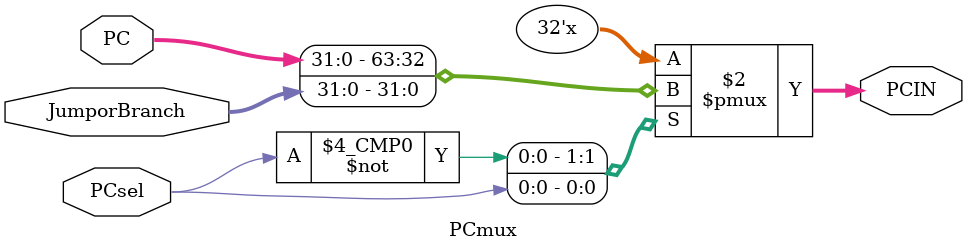
<source format=v>
module PCmux(
    PC,
    JumporBranch,
    PCsel,
    PCIN
);
    input wire [31:0] PC;
    input wire [31:0] JumporBranch;
    input wire PCsel; 
    output reg [31:0] PCIN;

    always @* begin
    case(PCsel)
        1'b0:  PCIN <= PC;
        1'b1:  PCIN <= JumporBranch;
        default:PCIN <= PC;
    endcase
    end

endmodule
</source>
